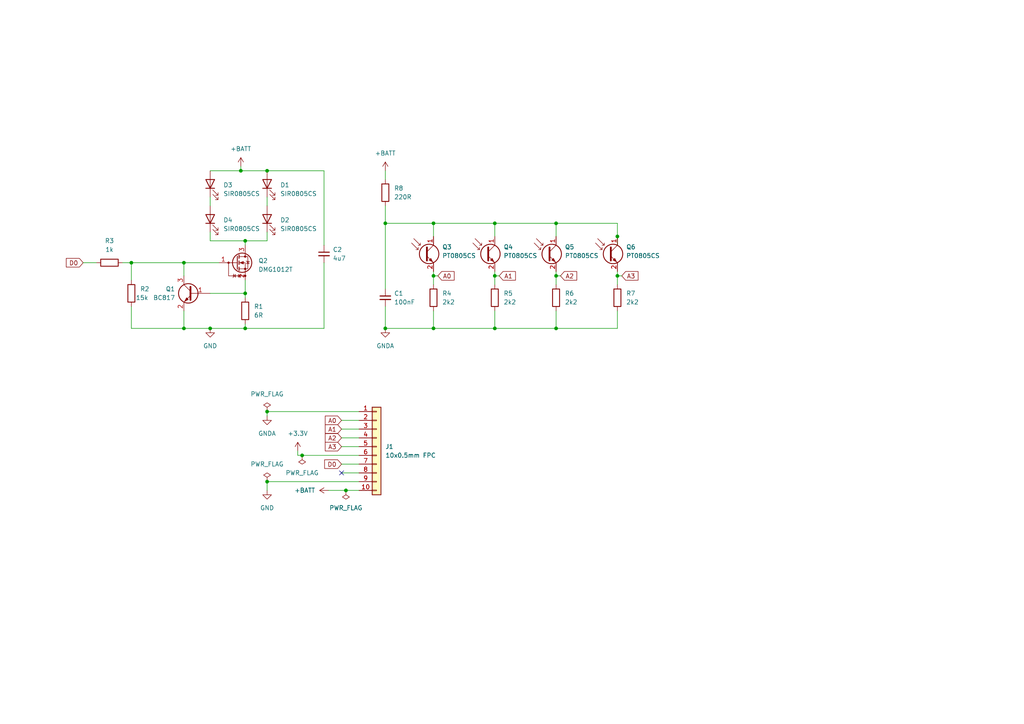
<source format=kicad_sch>
(kicad_sch (version 20230121) (generator eeschema)
  (paper "A4")
  (lib_symbols
    (symbol "Connector_Generic:Conn_01x10" (pin_names (offset 1.016) hide)
      (property "Reference" "J" (at 0 12.7 0))
      (property "Value" "Conn_01x10" (at 0 -15.24 0))
      (symbol "Conn_01x10_1_1"
        (rectangle (start -1.27 -12.573) (end 0 -12.827) (stroke (width 0.1524)))
        (rectangle (start -1.27 -10.033) (end 0 -10.287) (stroke (width 0.1524)))
        (rectangle (start -1.27 -7.493) (end 0 -7.747) (stroke (width 0.1524)))
        (rectangle (start -1.27 -4.953) (end 0 -5.207) (stroke (width 0.1524)))
        (rectangle (start -1.27 -2.413) (end 0 -2.667) (stroke (width 0.1524)))
        (rectangle (start -1.27 0.127) (end 0 -0.127) (stroke (width 0.1524)))
        (rectangle (start -1.27 2.667) (end 0 2.413) (stroke (width 0.1524)))
        (rectangle (start -1.27 5.207) (end 0 4.953) (stroke (width 0.1524)))
        (rectangle (start -1.27 7.747) (end 0 7.493) (stroke (width 0.1524)))
        (rectangle (start -1.27 10.287) (end 0 10.033) (stroke (width 0.1524)))
        (rectangle (start -1.27 11.43) (end 1.27 -13.97) (stroke (width 0.254)) (fill (type background)))
        (pin passive line (at -5.08 10.16 0) (length 3.81) (name "Pin_1") (number "1"))
        (pin passive line (at -5.08 -12.7 0) (length 3.81) (name "Pin_10") (number "10"))
        (pin passive line (at -5.08 7.62 0) (length 3.81) (name "Pin_2") (number "2"))
        (pin passive line (at -5.08 5.08 0) (length 3.81) (name "Pin_3") (number "3"))
        (pin passive line (at -5.08 2.54 0) (length 3.81) (name "Pin_4") (number "4"))
        (pin passive line (at -5.08 0 0) (length 3.81) (name "Pin_5") (number "5"))
        (pin passive line (at -5.08 -2.54 0) (length 3.81) (name "Pin_6") (number "6"))
        (pin passive line (at -5.08 -5.08 0) (length 3.81) (name "Pin_7") (number "7"))
        (pin passive line (at -5.08 -7.62 0) (length 3.81) (name "Pin_8") (number "8"))
        (pin passive line (at -5.08 -10.16 0) (length 3.81) (name "Pin_9") (number "9"))
      )
    )
    (symbol "Device:C_Small" (pin_numbers hide) (pin_names (offset 0.254) hide)
      (property "Reference" "C" (at 0.254 1.778 0))
      (property "Value" "C_Small" (at 0.254 -2.032 0))
      (symbol "C_Small_0_1"
        (polyline (pts (xy -1.524 -0.508) (xy 1.524 -0.508)) (stroke (width 0.3302)))
        (polyline (pts (xy -1.524 0.508) (xy 1.524 0.508)) (stroke (width 0.3048)))
      )
      (symbol "C_Small_1_1"
        (pin passive line (at 0 2.54 270) (length 2.032) (name "~") (number "1"))
        (pin passive line (at 0 -2.54 90) (length 2.032) (name "~") (number "2"))
      )
    )
    (symbol "Device:R" (pin_numbers hide) (pin_names (offset 0))
      (property "Reference" "R" (at 2.032 0 90))
      (property "Value" "R" (at 0 0 90))
      (symbol "R_0_1"
        (rectangle (start -1.016 -2.54) (end 1.016 2.54) (stroke (width 0.254)))
      )
      (symbol "R_1_1"
        (pin passive line (at 0 3.81 270) (length 1.27) (name "~") (number "1"))
        (pin passive line (at 0 -3.81 90) (length 1.27) (name "~") (number "2"))
      )
    )
    (symbol "LED:IR26-21C_L110_TR8" (pin_numbers hide) (pin_names (offset 1.016) hide)
      (property "Reference" "D" (at 0 2.54 0))
      (property "Value" "IR26-21C_L110_TR8" (at 0 -3.81 0))
      (symbol "IR26-21C_L110_TR8_0_1"
        (polyline (pts (xy -1.27 -1.27) (xy -1.27 1.27)) (stroke (width 0.254)))
        (polyline (pts (xy -1.27 0) (xy 1.27 0)))
        (polyline (pts (xy 1.27 -1.27) (xy 1.27 1.27) (xy -1.27 0) (xy 1.27 -1.27)) (stroke (width 0.254)))
        (polyline (pts (xy -3.048 -0.762) (xy -4.572 -2.286) (xy -3.81 -2.286) (xy -4.572 -2.286) (xy -4.572 -1.524)))
        (polyline (pts (xy -1.778 -0.762) (xy -3.302 -2.286) (xy -2.54 -2.286) (xy -3.302 -2.286) (xy -3.302 -1.524)))
      )
      (symbol "IR26-21C_L110_TR8_1_1"
        (pin passive line (at -3.81 0 0) (length 2.54) (name "K") (number "1"))
        (pin passive line (at 3.81 0 180) (length 2.54) (name "A") (number "2"))
      )
    )
    (symbol "Sensor_Optical:BPW40" (pin_names (offset 0) hide)
      (property "Reference" "Q" (at 5.08 1.27 0))
      (property "Value" "BPW40" (at 5.08 -1.27 0))
      (symbol "BPW40_0_1"
        (polyline (pts (xy -1.905 1.27) (xy -2.54 1.27)))
        (polyline (pts (xy -1.27 2.54) (xy -1.905 2.54)))
        (polyline (pts (xy 0.635 0.635) (xy 2.54 2.54)))
        (polyline (pts (xy -3.81 3.175) (xy -1.905 1.27) (xy -1.905 1.905)))
        (polyline (pts (xy -3.175 4.445) (xy -1.27 2.54) (xy -1.27 3.175)))
        (polyline (pts (xy 0.635 -0.635) (xy 2.54 -2.54) (xy 2.54 -2.54)))
        (polyline (pts (xy 0.635 1.905) (xy 0.635 -1.905) (xy 0.635 -1.905)) (stroke (width 0.508)))
        (polyline (pts (xy 1.27 -1.778) (xy 1.778 -1.27) (xy 2.286 -2.286) (xy 1.27 -1.778) (xy 1.27 -1.778)) (fill (type outline)))
        (circle (center 1.27 0) (radius 2.8194) (stroke (width 0.254)))
      )
      (symbol "BPW40_1_1"
        (pin passive line (at 2.54 5.08 270) (length 2.54) (name "C") (number "1"))
        (pin passive line (at 2.54 -5.08 90) (length 2.54) (name "E") (number "2"))
      )
    )
    (symbol "Transistor_BJT:BC817" (pin_names (offset 0) hide)
      (property "Reference" "Q" (at 5.08 1.905 0))
      (property "Value" "BC817" (at 5.08 0 0))
      (symbol "BC817_0_1"
        (polyline (pts (xy 0.635 0.635) (xy 2.54 2.54)))
        (polyline (pts (xy 0.635 -0.635) (xy 2.54 -2.54) (xy 2.54 -2.54)))
        (polyline (pts (xy 0.635 1.905) (xy 0.635 -1.905) (xy 0.635 -1.905)) (stroke (width 0.508)))
        (polyline (pts (xy 1.27 -1.778) (xy 1.778 -1.27) (xy 2.286 -2.286) (xy 1.27 -1.778) (xy 1.27 -1.778)) (fill (type outline)))
        (circle (center 1.27 0) (radius 2.8194) (stroke (width 0.254)))
      )
      (symbol "BC817_1_1"
        (pin input line (at -5.08 0 0) (length 5.715) (name "B") (number "1"))
        (pin passive line (at 2.54 -5.08 90) (length 2.54) (name "E") (number "2"))
        (pin passive line (at 2.54 5.08 270) (length 2.54) (name "C") (number "3"))
      )
    )
    (symbol "Transistor_FET:DMG1012T" (pin_names (offset 0) hide)
      (property "Reference" "Q" (at 5.08 1.905 0))
      (property "Value" "DMG1012T" (at 5.08 0 0))
      (symbol "DMG1012T_0_1"
        (polyline (pts (xy 2.54 -3.81) (xy -2.286 -3.81) (xy -2.286 0)))
      )
      (symbol "DMG1012T_1_1"
        (circle (center -2.286 0) (radius 0.254) (fill (type outline)))
        (polyline (pts (xy 0.254 0) (xy -2.54 0)))
        (polyline (pts (xy 0.254 1.905) (xy 0.254 -1.905)) (stroke (width 0.254)))
        (polyline (pts (xy 0.762 -1.27) (xy 0.762 -2.286)) (stroke (width 0.254)))
        (polyline (pts (xy 0.762 0.508) (xy 0.762 -0.508)) (stroke (width 0.254)))
        (polyline (pts (xy 0.762 2.286) (xy 0.762 1.27)) (stroke (width 0.254)))
        (polyline (pts (xy 2.54 2.54) (xy 2.54 1.778)))
        (polyline (pts (xy 2.54 -2.54) (xy 2.54 0) (xy 0.762 0)))
        (polyline (pts (xy -1.016 -4.318) (xy -0.889 -4.191) (xy -0.889 -3.429) (xy -0.762 -3.302)))
        (polyline (pts (xy -0.889 -3.81) (xy -0.254 -4.191) (xy -0.254 -3.429) (xy -0.889 -3.81)))
        (polyline (pts (xy 0.762 -1.778) (xy 3.302 -1.778) (xy 3.302 1.778) (xy 0.762 1.778)))
        (polyline (pts (xy 1.016 0) (xy 2.032 0.381) (xy 2.032 -0.381) (xy 1.016 0)) (fill (type outline)))
        (polyline (pts (xy 1.143 -3.81) (xy 0.508 -3.429) (xy 0.508 -4.191) (xy 1.143 -3.81)))
        (polyline (pts (xy 1.27 -3.302) (xy 1.143 -3.429) (xy 1.143 -4.191) (xy 1.016 -4.318)))
        (polyline (pts (xy 2.794 0.508) (xy 2.921 0.381) (xy 3.683 0.381) (xy 3.81 0.254)))
        (polyline (pts (xy 3.302 0.381) (xy 2.921 -0.254) (xy 3.683 -0.254) (xy 3.302 0.381)))
        (circle (center 1.651 0) (radius 2.794) (stroke (width 0.254)))
        (circle (center 2.54 -3.81) (radius 0.254) (fill (type outline)))
        (circle (center 2.54 -1.778) (radius 0.254) (fill (type outline)))
        (circle (center 2.54 1.778) (radius 0.254) (fill (type outline)))
        (pin input line (at -5.08 0 0) (length 2.54) (name "G") (number "1"))
        (pin passive line (at 2.54 -5.08 90) (length 2.54) (name "S") (number "2"))
        (pin passive line (at 2.54 5.08 270) (length 2.54) (name "D") (number "3"))
      )
    )
    (symbol "power:+3.3V" (power) (pin_names (offset 0))
      (property "Value" "+3.3V" (at 0 3.556 0))
      (symbol "+3.3V_0_1"
        (polyline (pts (xy -0.762 1.27) (xy 0 2.54)))
        (polyline (pts (xy 0 0) (xy 0 2.54)))
        (polyline (pts (xy 0 2.54) (xy 0.762 1.27)))
      )
      (symbol "+3.3V_1_1"
        (pin power_in line (at 0 0 90) (length 0) hide (name "+3.3V") (number "1"))
      )
    )
    (symbol "power:+BATT" (power) (pin_names (offset 0))
      (property "Value" "+BATT" (at 0 3.556 0))
      (symbol "+BATT_0_1"
        (polyline (pts (xy -0.762 1.27) (xy 0 2.54)))
        (polyline (pts (xy 0 0) (xy 0 2.54)))
        (polyline (pts (xy 0 2.54) (xy 0.762 1.27)))
      )
      (symbol "+BATT_1_1"
        (pin power_in line (at 0 0 90) (length 0) hide (name "+BATT") (number "1"))
      )
    )
    (symbol "power:GND" (power) (pin_names (offset 0))
      (property "Value" "GND" (at 0 -3.81 0))
      (symbol "GND_0_1"
        (polyline (pts (xy 0 0) (xy 0 -1.27) (xy 1.27 -1.27) (xy 0 -2.54) (xy -1.27 -1.27) (xy 0 -1.27)))
      )
      (symbol "GND_1_1"
        (pin power_in line (at 0 0 270) (length 0) hide (name "GND") (number "1"))
      )
    )
    (symbol "power:GNDA" (power) (pin_names (offset 0))
      (property "Value" "GNDA" (at 0 -3.81 0))
      (symbol "GNDA_0_1"
        (polyline (pts (xy 0 0) (xy 0 -1.27) (xy 1.27 -1.27) (xy 0 -2.54) (xy -1.27 -1.27) (xy 0 -1.27)))
      )
      (symbol "GNDA_1_1"
        (pin power_in line (at 0 0 270) (length 0) hide (name "GNDA") (number "1"))
      )
    )
    (symbol "power:PWR_FLAG" (power) (pin_numbers hide) (pin_names (offset 0) hide)
      (property "Value" "PWR_FLAG" (at 0 3.81 0))
      (symbol "PWR_FLAG_0_0"
        (pin power_out line (at 0 0 90) (length 0) (name "pwr") (number "1"))
      )
      (symbol "PWR_FLAG_0_1"
        (polyline (pts (xy 0 0) (xy 0 1.27) (xy -1.016 1.905) (xy 0 2.54) (xy 1.016 1.905) (xy 0 1.27)))
      )
    )
  )
  (junction (at 38.1 76.2))
  (junction (at 161.29 95.25))
  (junction (at 77.47 139.7))
  (junction (at 53.34 76.2))
  (junction (at 71.12 69.85))
  (junction (at 161.29 64.77))
  (junction (at 111.76 95.25))
  (junction (at 71.12 95.25))
  (junction (at 143.51 95.25))
  (junction (at 125.73 80.01))
  (junction (at 125.73 64.77))
  (junction (at 125.73 95.25))
  (junction (at 53.34 95.25))
  (junction (at 77.47 49.53))
  (junction (at 179.07 80.01))
  (junction (at 60.96 95.25))
  (junction (at 87.63 132.08))
  (junction (at 77.47 119.38))
  (junction (at 143.51 80.01))
  (junction (at 111.76 64.77))
  (junction (at 69.85 49.53))
  (junction (at 179.07 68.58))
  (junction (at 143.51 64.77))
  (junction (at 71.12 85.09))
  (junction (at 100.33 142.24))
  (junction (at 161.29 80.01))
  (no_connect (at 99.06 137.16))
  (wire (pts (xy 125.73 90.17) (xy 125.73 95.25)))
  (wire (pts (xy 71.12 95.25) (xy 60.96 95.25)))
  (wire (pts (xy 53.34 76.2) (xy 38.1 76.2)))
  (wire (pts (xy 38.1 76.2) (xy 38.1 81.28)))
  (wire (pts (xy 77.47 57.15) (xy 77.47 59.69)))
  (wire (pts (xy 77.47 119.38) (xy 77.47 120.65)))
  (wire (pts (xy 111.76 64.77) (xy 111.76 83.82)))
  (wire (pts (xy 125.73 64.77) (xy 125.73 68.58)))
  (wire (pts (xy 179.07 80.01) (xy 179.07 78.74)))
  (wire (pts (xy 77.47 49.53) (xy 93.98 49.53)))
  (wire (pts (xy 125.73 64.77) (xy 143.51 64.77)))
  (wire (pts (xy 99.06 127) (xy 104.14 127)))
  (wire (pts (xy 93.98 95.25) (xy 71.12 95.25)))
  (wire (pts (xy 99.06 134.62) (xy 104.14 134.62)))
  (wire (pts (xy 179.07 90.17) (xy 179.07 95.25)))
  (wire (pts (xy 125.73 95.25) (xy 143.51 95.25)))
  (wire (pts (xy 71.12 81.28) (xy 71.12 85.09)))
  (wire (pts (xy 143.51 80.01) (xy 143.51 78.74)))
  (wire (pts (xy 69.85 49.53) (xy 77.47 49.53)))
  (wire (pts (xy 125.73 80.01) (xy 125.73 78.74)))
  (wire (pts (xy 35.56 76.2) (xy 38.1 76.2)))
  (wire (pts (xy 60.96 95.25) (xy 53.34 95.25)))
  (wire (pts (xy 69.85 48.26) (xy 69.85 49.53)))
  (wire (pts (xy 125.73 82.55) (xy 125.73 80.01)))
  (wire (pts (xy 53.34 76.2) (xy 53.34 80.01)))
  (wire (pts (xy 95.25 142.24) (xy 100.33 142.24)))
  (wire (pts (xy 143.51 64.77) (xy 161.29 64.77)))
  (wire (pts (xy 179.07 82.55) (xy 179.07 80.01)))
  (wire (pts (xy 111.76 59.69) (xy 111.76 64.77)))
  (wire (pts (xy 144.78 80.01) (xy 143.51 80.01)))
  (wire (pts (xy 77.47 67.31) (xy 77.47 69.85)))
  (wire (pts (xy 87.63 132.08) (xy 104.14 132.08)))
  (wire (pts (xy 60.96 69.85) (xy 60.96 67.31)))
  (wire (pts (xy 143.51 64.77) (xy 143.51 68.58)))
  (wire (pts (xy 143.51 90.17) (xy 143.51 95.25)))
  (wire (pts (xy 179.07 68.58) (xy 179.07 71.12)))
  (wire (pts (xy 143.51 82.55) (xy 143.51 80.01)))
  (wire (pts (xy 99.06 121.92) (xy 104.14 121.92)))
  (wire (pts (xy 71.12 93.98) (xy 71.12 95.25)))
  (wire (pts (xy 60.96 49.53) (xy 69.85 49.53)))
  (wire (pts (xy 38.1 95.25) (xy 53.34 95.25)))
  (wire (pts (xy 161.29 80.01) (xy 161.29 78.74)))
  (wire (pts (xy 104.14 119.38) (xy 77.47 119.38)))
  (wire (pts (xy 93.98 76.2) (xy 93.98 95.25)))
  (wire (pts (xy 100.33 142.24) (xy 104.14 142.24)))
  (wire (pts (xy 143.51 95.25) (xy 161.29 95.25)))
  (wire (pts (xy 111.76 88.9) (xy 111.76 95.25)))
  (wire (pts (xy 77.47 69.85) (xy 71.12 69.85)))
  (wire (pts (xy 99.06 124.46) (xy 104.14 124.46)))
  (wire (pts (xy 161.29 64.77) (xy 161.29 68.58)))
  (wire (pts (xy 24.13 76.2) (xy 27.94 76.2)))
  (wire (pts (xy 162.56 80.01) (xy 161.29 80.01)))
  (wire (pts (xy 161.29 64.77) (xy 179.07 64.77)))
  (wire (pts (xy 71.12 85.09) (xy 71.12 86.36)))
  (wire (pts (xy 86.36 132.08) (xy 87.63 132.08)))
  (wire (pts (xy 77.47 142.24) (xy 77.47 139.7)))
  (wire (pts (xy 99.06 137.16) (xy 104.14 137.16)))
  (wire (pts (xy 161.29 82.55) (xy 161.29 80.01)))
  (wire (pts (xy 60.96 85.09) (xy 71.12 85.09)))
  (wire (pts (xy 53.34 90.17) (xy 53.34 95.25)))
  (wire (pts (xy 179.07 64.77) (xy 179.07 68.58)))
  (wire (pts (xy 180.34 80.01) (xy 179.07 80.01)))
  (wire (pts (xy 161.29 95.25) (xy 179.07 95.25)))
  (wire (pts (xy 111.76 95.25) (xy 125.73 95.25)))
  (wire (pts (xy 127 80.01) (xy 125.73 80.01)))
  (wire (pts (xy 77.47 139.7) (xy 104.14 139.7)))
  (wire (pts (xy 63.5 76.2) (xy 53.34 76.2)))
  (wire (pts (xy 111.76 49.53) (xy 111.76 52.07)))
  (wire (pts (xy 60.96 57.15) (xy 60.96 59.69)))
  (wire (pts (xy 38.1 88.9) (xy 38.1 95.25)))
  (wire (pts (xy 111.76 64.77) (xy 125.73 64.77)))
  (wire (pts (xy 93.98 71.12) (xy 93.98 49.53)))
  (wire (pts (xy 71.12 69.85) (xy 71.12 71.12)))
  (wire (pts (xy 99.06 129.54) (xy 104.14 129.54)))
  (wire (pts (xy 161.29 90.17) (xy 161.29 95.25)))
  (wire (pts (xy 86.36 130.81) (xy 86.36 132.08)))
  (wire (pts (xy 71.12 69.85) (xy 60.96 69.85)))
  (global_label "A0" (shape input) (at 127 80.01 0) (property "Intersheetrefs" "${INTERSHEET_REFS}" (effects hide)))
  (global_label "A3" (shape input) (at 180.34 80.01 0) (property "Intersheetrefs" "${INTERSHEET_REFS}" (effects hide)))
  (global_label "A2" (shape input) (at 99.06 127 180) (property "Intersheetrefs" "${INTERSHEET_REFS}" (effects hide)))
  (global_label "A2" (shape input) (at 162.56 80.01 0) (property "Intersheetrefs" "${INTERSHEET_REFS}" (effects hide)))
  (global_label "A0" (shape input) (at 99.06 121.92 180) (property "Intersheetrefs" "${INTERSHEET_REFS}" (effects hide)))
  (global_label "A1" (shape input) (at 144.78 80.01 0) (property "Intersheetrefs" "${INTERSHEET_REFS}" (effects hide)))
  (global_label "D0" (shape input) (at 99.06 134.62 180) (property "Intersheetrefs" "${INTERSHEET_REFS}" (effects hide)))
  (global_label "A3" (shape input) (at 99.06 129.54 180) (property "Intersheetrefs" "${INTERSHEET_REFS}" (effects hide)))
  (global_label "D0" (shape input) (at 24.13 76.2 180) (property "Intersheetrefs" "${INTERSHEET_REFS}" (effects hide)))
  (global_label "A1" (shape input) (at 99.06 124.46 180) (property "Intersheetrefs" "${INTERSHEET_REFS}" (effects hide)))
  (symbol (lib_id "Device:R") (at 38.1 85.09 0) (unit 1)
    (property "Reference" "R2" (at 40.64 83.82 0) (effects (justify left)))
    (property "Value" "15k" (at 39.37 86.36 0) (effects (justify left)))
    (property "Footprint" "Resistor_SMD:R_0805_2012Metric" (effects hide))
  )
  (symbol (lib_id "LED:IR26-21C_L110_TR8") (at 60.96 53.34 90) (unit 1)
    (property "Reference" "D3" (at 64.77 53.6575 90) (effects (justify right)))
    (property "Value" "SIR0805CS" (at 64.77 56.1975 90) (effects (justify right)))
    (property "Footprint" "LED_SMD:LED_0805_2012Metric_Pad1.15x1.40mm_HandSolder" (effects hide))
    (property "Datasheet" "http://www.everlight.com/file/ProductFile/IR26-21C-L110-TR8.pdf" (effects hide))
  )
  (symbol (lib_id "power:+BATT") (at 95.25 142.24 90) (unit 1)
    (property "Reference" "#PWR07" (effects hide))
    (property "Value" "+BATT" (at 91.44 142.24 90) (effects (justify left)))
  )
  (symbol (lib_id "Device:R") (at 71.12 90.17 0) (unit 1)
    (property "Reference" "R1" (at 73.66 88.9 0) (effects (justify left)))
    (property "Value" "6R" (at 73.66 91.44 0) (effects (justify left)))
    (property "Footprint" "Resistor_SMD:R_0805_2012Metric" (effects hide))
  )
  (symbol (lib_id "Device:R") (at 161.29 86.36 0) (unit 1)
    (property "Reference" "R6" (at 163.83 85.09 0) (effects (justify left)))
    (property "Value" "2k2" (at 163.83 87.63 0) (effects (justify left)))
    (property "Footprint" "Resistor_SMD:R_0805_2012Metric" (effects hide))
  )
  (symbol (lib_id "Sensor_Optical:BPW40") (at 123.19 73.66 0) (unit 1)
    (property "Reference" "Q3" (at 128.27 71.6407 0) (effects (justify left)))
    (property "Value" "PT0805CS" (at 128.27 74.1807 0) (effects (justify left)))
    (property "Footprint" "LED_SMD:LED_0805_2012Metric_Pad1.15x1.40mm_HandSolder" (effects hide))
    (property "Datasheet" "https://www.rcscomponents.kiev.ua/datasheets/bpw40.pdf" (effects hide))
  )
  (symbol (lib_id "LED:IR26-21C_L110_TR8") (at 60.96 63.5 90) (unit 1)
    (property "Reference" "D4" (at 64.77 63.8175 90) (effects (justify right)))
    (property "Value" "SIR0805CS" (at 64.77 66.3575 90) (effects (justify right)))
    (property "Footprint" "LED_SMD:LED_0805_2012Metric_Pad1.15x1.40mm_HandSolder" (effects hide))
    (property "Datasheet" "http://www.everlight.com/file/ProductFile/IR26-21C-L110-TR8.pdf" (effects hide))
  )
  (symbol (lib_id "power:GNDA") (at 77.47 120.65 0) (unit 1)
    (property "Reference" "#PWR05" (effects hide))
    (property "Value" "GNDA" (at 77.47 125.73 0))
  )
  (symbol (lib_id "Device:C_Small") (at 111.76 86.36 0) (unit 1)
    (property "Reference" "C1" (at 114.3 85.0963 0) (effects (justify left)))
    (property "Value" "100nF" (at 114.3 87.6363 0) (effects (justify left)))
    (property "Footprint" "Capacitor_SMD:C_0805_2012Metric" (effects hide))
  )
  (symbol (lib_id "Sensor_Optical:BPW40") (at 158.75 73.66 0) (unit 1)
    (property "Reference" "Q5" (at 163.83 71.6407 0) (effects (justify left)))
    (property "Value" "PT0805CS" (at 163.83 74.1807 0) (effects (justify left)))
    (property "Footprint" "LED_SMD:LED_0805_2012Metric_Pad1.15x1.40mm_HandSolder" (effects hide))
    (property "Datasheet" "https://www.rcscomponents.kiev.ua/datasheets/bpw40.pdf" (effects hide))
  )
  (symbol (lib_id "Device:R") (at 179.07 86.36 0) (unit 1)
    (property "Reference" "R7" (at 181.61 85.09 0) (effects (justify left)))
    (property "Value" "2k2" (at 181.61 87.63 0) (effects (justify left)))
    (property "Footprint" "Resistor_SMD:R_0805_2012Metric" (effects hide))
  )
  (symbol (lib_id "Sensor_Optical:BPW40") (at 176.53 73.66 0) (unit 1)
    (property "Reference" "Q6" (at 181.61 71.6407 0) (effects (justify left)))
    (property "Value" "PT0805CS" (at 181.61 74.1807 0) (effects (justify left)))
    (property "Footprint" "LED_SMD:LED_0805_2012Metric_Pad1.15x1.40mm_HandSolder" (effects hide))
    (property "Datasheet" "https://www.rcscomponents.kiev.ua/datasheets/bpw40.pdf" (effects hide))
  )
  (symbol (lib_id "power:PWR_FLAG") (at 87.63 132.08 180) (unit 1)
    (property "Reference" "#FLG04" (effects hide))
    (property "Value" "PWR_FLAG" (at 87.63 137.16 0))
  )
  (symbol (lib_id "Device:R") (at 31.75 76.2 90) (unit 1)
    (property "Reference" "R3" (at 31.75 69.85 90))
    (property "Value" "1k" (at 31.75 72.39 90))
    (property "Footprint" "Resistor_SMD:R_0805_2012Metric" (effects hide))
  )
  (symbol (lib_id "LED:IR26-21C_L110_TR8") (at 77.47 53.34 90) (unit 1)
    (property "Reference" "D1" (at 81.28 53.6575 90) (effects (justify right)))
    (property "Value" "SIR0805CS" (at 81.28 56.1975 90) (effects (justify right)))
    (property "Footprint" "LED_SMD:LED_0805_2012Metric_Pad1.15x1.40mm_HandSolder" (effects hide))
    (property "Datasheet" "http://www.everlight.com/file/ProductFile/IR26-21C-L110-TR8.pdf" (effects hide))
  )
  (symbol (lib_id "power:PWR_FLAG") (at 77.47 139.7 0) (unit 1)
    (property "Reference" "#FLG02" (effects hide))
    (property "Value" "PWR_FLAG" (at 77.47 134.62 0))
  )
  (symbol (lib_id "Transistor_FET:DMG1012T") (at 68.58 76.2 0) (unit 1)
    (property "Reference" "Q2" (at 74.93 75.6285 0) (effects (justify left)))
    (property "Value" "DMG1012T" (at 74.93 78.1685 0) (effects (justify left)))
    (property "Footprint" "Package_TO_SOT_SMD:SOT-323_SC-70" (effects hide))
    (property "Datasheet" "https://www.diodes.com/assets/Datasheets/ds31783.pdf" (effects hide))
  )
  (symbol (lib_id "LED:IR26-21C_L110_TR8") (at 77.47 63.5 90) (unit 1)
    (property "Reference" "D2" (at 81.28 63.8175 90) (effects (justify right)))
    (property "Value" "SIR0805CS" (at 81.28 66.3575 90) (effects (justify right)))
    (property "Footprint" "LED_SMD:LED_0805_2012Metric_Pad1.15x1.40mm_HandSolder" (effects hide))
    (property "Datasheet" "http://www.everlight.com/file/ProductFile/IR26-21C-L110-TR8.pdf" (effects hide))
  )
  (symbol (lib_id "power:+BATT") (at 111.76 49.53 0) (unit 1)
    (property "Reference" "#PWR03" (effects hide))
    (property "Value" "+BATT" (at 111.76 44.45 0))
  )
  (symbol (lib_id "Device:R") (at 111.76 55.88 0) (unit 1)
    (property "Reference" "R8" (at 114.3 54.61 0) (effects (justify left)))
    (property "Value" "220R" (at 114.3 57.15 0) (effects (justify left)))
    (property "Footprint" "Resistor_SMD:R_0805_2012Metric" (effects hide))
  )
  (symbol (lib_id "power:+BATT") (at 69.85 48.26 0) (unit 1)
    (property "Reference" "#PWR01" (effects hide))
    (property "Value" "+BATT" (at 69.85 43.18 0))
  )
  (symbol (lib_id "Device:R") (at 125.73 86.36 0) (unit 1)
    (property "Reference" "R4" (at 128.27 85.09 0) (effects (justify left)))
    (property "Value" "2k2" (at 128.27 87.63 0) (effects (justify left)))
    (property "Footprint" "Resistor_SMD:R_0805_2012Metric" (effects hide))
  )
  (symbol (lib_id "Device:C_Small") (at 93.98 73.66 0) (unit 1)
    (property "Reference" "C2" (at 96.52 72.3963 0) (effects (justify left)))
    (property "Value" "4u7" (at 96.52 74.9363 0) (effects (justify left)))
    (property "Footprint" "Capacitor_SMD:C_0805_2012Metric" (effects hide))
  )
  (symbol (lib_id "power:GNDA") (at 111.76 95.25 0) (unit 1)
    (property "Reference" "#PWR04" (effects hide))
    (property "Value" "GNDA" (at 111.76 100.33 0))
  )
  (symbol (lib_id "power:+3.3V") (at 86.36 130.81 0) (unit 1)
    (property "Reference" "#PWR08" (effects hide))
    (property "Value" "+3.3V" (at 86.36 125.73 0))
  )
  (symbol (lib_id "power:GND") (at 77.47 142.24 0) (unit 1)
    (property "Reference" "#PWR06" (effects hide))
    (property "Value" "GND" (at 77.47 147.32 0))
  )
  (symbol (lib_id "Transistor_BJT:BC817") (at 55.88 85.09 0) (mirror y) (unit 1)
    (property "Reference" "Q1" (at 50.8 83.82 0) (effects (justify left)))
    (property "Value" "BC817" (at 50.8 86.36 0) (effects (justify left)))
    (property "Footprint" "Package_TO_SOT_SMD:SOT-23" (effects hide))
    (property "Datasheet" "https://www.onsemi.com/pub/Collateral/BC818-D.pdf" (effects hide))
  )
  (symbol (lib_id "power:PWR_FLAG") (at 77.47 119.38 0) (unit 1)
    (property "Reference" "#FLG01" (effects hide))
    (property "Value" "PWR_FLAG" (at 77.47 114.3 0))
  )
  (symbol (lib_id "power:PWR_FLAG") (at 100.33 142.24 180) (unit 1)
    (property "Reference" "#FLG03" (effects hide))
    (property "Value" "PWR_FLAG" (at 100.33 147.32 0))
  )
  (symbol (lib_id "Connector_Generic:Conn_01x10") (at 109.22 129.54 0) (unit 1)
    (property "Reference" "J1" (at 111.76 129.54 0) (effects (justify left)))
    (property "Value" "10x0.5mm FPC" (at 111.76 132.08 0) (effects (justify left)))
    (property "Footprint" "Connector_FFC-FPC:TE_1-1734839-0_1x10-1MP_P0.5mm_Horizontal" (effects hide))
  )
  (symbol (lib_id "Device:R") (at 143.51 86.36 0) (unit 1)
    (property "Reference" "R5" (at 146.05 85.09 0) (effects (justify left)))
    (property "Value" "2k2" (at 146.05 87.63 0) (effects (justify left)))
    (property "Footprint" "Resistor_SMD:R_0805_2012Metric" (effects hide))
  )
  (symbol (lib_id "Sensor_Optical:BPW40") (at 140.97 73.66 0) (unit 1)
    (property "Reference" "Q4" (at 146.05 71.6407 0) (effects (justify left)))
    (property "Value" "PT0805CS" (at 146.05 74.1807 0) (effects (justify left)))
    (property "Footprint" "LED_SMD:LED_0805_2012Metric_Pad1.15x1.40mm_HandSolder" (effects hide))
    (property "Datasheet" "https://www.rcscomponents.kiev.ua/datasheets/bpw40.pdf" (effects hide))
  )
  (symbol (lib_id "power:GND") (at 60.96 95.25 0) (unit 1)
    (property "Reference" "#PWR02" (effects hide))
    (property "Value" "GND" (at 60.96 100.33 0))
  )
)
</source>
